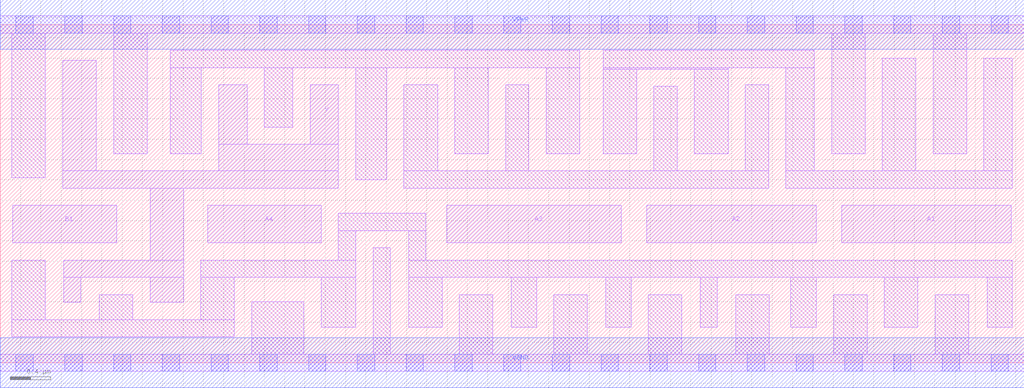
<source format=lef>
# Copyright 2020 The SkyWater PDK Authors
#
# Licensed under the Apache License, Version 2.0 (the "License");
# you may not use this file except in compliance with the License.
# You may obtain a copy of the License at
#
#     https://www.apache.org/licenses/LICENSE-2.0
#
# Unless required by applicable law or agreed to in writing, software
# distributed under the License is distributed on an "AS IS" BASIS,
# WITHOUT WARRANTIES OR CONDITIONS OF ANY KIND, either express or implied.
# See the License for the specific language governing permissions and
# limitations under the License.
#
# SPDX-License-Identifier: Apache-2.0

VERSION 5.7 ;
  NAMESCASESENSITIVE ON ;
  NOWIREEXTENSIONATPIN ON ;
  DIVIDERCHAR "/" ;
  BUSBITCHARS "[]" ;
UNITS
  DATABASE MICRONS 200 ;
END UNITS
MACRO sky130_fd_sc_ms__o41ai_4
  CLASS CORE ;
  SOURCE USER ;
  FOREIGN sky130_fd_sc_ms__o41ai_4 ;
  ORIGIN  0.000000  0.000000 ;
  SIZE  10.08000 BY  3.330000 ;
  SYMMETRY X Y ;
  SITE unit ;
  PIN A1
    ANTENNAGATEAREA  1.250400 ;
    DIRECTION INPUT ;
    USE SIGNAL ;
    PORT
      LAYER li1 ;
        RECT 8.285000 1.180000 9.955000 1.550000 ;
    END
  END A1
  PIN A2
    ANTENNAGATEAREA  1.250400 ;
    DIRECTION INPUT ;
    USE SIGNAL ;
    PORT
      LAYER li1 ;
        RECT 6.365000 1.180000 8.035000 1.550000 ;
    END
  END A2
  PIN A3
    ANTENNAGATEAREA  1.250400 ;
    DIRECTION INPUT ;
    USE SIGNAL ;
    PORT
      LAYER li1 ;
        RECT 4.395000 1.180000 6.115000 1.550000 ;
    END
  END A3
  PIN A4
    ANTENNAGATEAREA  1.250400 ;
    DIRECTION INPUT ;
    USE SIGNAL ;
    PORT
      LAYER li1 ;
        RECT 2.045000 1.180000 3.160000 1.550000 ;
    END
  END A4
  PIN B1
    ANTENNAGATEAREA  0.847200 ;
    DIRECTION INPUT ;
    USE SIGNAL ;
    PORT
      LAYER li1 ;
        RECT 0.125000 1.180000 1.145000 1.550000 ;
    END
  END B1
  PIN Y
    ANTENNADIFFAREA  1.485400 ;
    DIRECTION OUTPUT ;
    USE SIGNAL ;
    PORT
      LAYER li1 ;
        RECT 0.615000 1.720000 3.330000 1.890000 ;
        RECT 0.615000 1.890000 0.945000 2.980000 ;
        RECT 0.625000 0.595000 0.795000 0.840000 ;
        RECT 0.625000 0.840000 1.805000 1.010000 ;
        RECT 1.475000 0.595000 1.805000 0.840000 ;
        RECT 1.475000 1.010000 1.805000 1.720000 ;
        RECT 2.150000 1.890000 3.330000 2.150000 ;
        RECT 2.150000 2.150000 2.430000 2.735000 ;
        RECT 3.050000 2.150000 3.330000 2.735000 ;
    END
  END Y
  PIN VGND
    DIRECTION INOUT ;
    USE GROUND ;
    PORT
      LAYER met1 ;
        RECT 0.000000 -0.245000 10.080000 0.245000 ;
    END
  END VGND
  PIN VPWR
    DIRECTION INOUT ;
    USE POWER ;
    PORT
      LAYER met1 ;
        RECT 0.000000 3.085000 10.080000 3.575000 ;
    END
  END VPWR
  OBS
    LAYER li1 ;
      RECT 0.000000 -0.085000 10.080000 0.085000 ;
      RECT 0.000000  3.245000 10.080000 3.415000 ;
      RECT 0.115000  0.255000  2.305000 0.425000 ;
      RECT 0.115000  0.425000  0.445000 1.010000 ;
      RECT 0.115000  1.820000  0.445000 3.245000 ;
      RECT 0.975000  0.425000  1.305000 0.670000 ;
      RECT 1.115000  2.060000  1.445000 3.245000 ;
      RECT 1.675000  2.060000  1.980000 2.905000 ;
      RECT 1.675000  2.905000  5.705000 3.075000 ;
      RECT 1.975000  0.425000  2.305000 0.840000 ;
      RECT 1.975000  0.840000  3.500000 1.010000 ;
      RECT 2.475000  0.085000  2.990000 0.600000 ;
      RECT 2.600000  2.320000  2.880000 2.905000 ;
      RECT 3.160000  0.350000  3.500000 0.840000 ;
      RECT 3.330000  1.010000  3.500000 1.300000 ;
      RECT 3.330000  1.300000  4.190000 1.470000 ;
      RECT 3.500000  1.800000  3.805000 2.905000 ;
      RECT 3.670000  0.085000  3.840000 1.130000 ;
      RECT 3.975000  1.720000  7.565000 1.890000 ;
      RECT 3.975000  1.890000  4.305000 2.735000 ;
      RECT 4.020000  0.350000  4.350000 0.840000 ;
      RECT 4.020000  0.840000  9.965000 1.010000 ;
      RECT 4.020000  1.010000  4.190000 1.300000 ;
      RECT 4.475000  2.060000  4.805000 2.905000 ;
      RECT 4.520000  0.085000  4.850000 0.670000 ;
      RECT 4.975000  1.890000  5.205000 2.735000 ;
      RECT 5.030000  0.350000  5.280000 0.840000 ;
      RECT 5.375000  2.060000  5.705000 2.905000 ;
      RECT 5.450000  0.085000  5.780000 0.670000 ;
      RECT 5.935000  2.060000  6.265000 2.890000 ;
      RECT 5.935000  2.890000  7.165000 2.905000 ;
      RECT 5.935000  2.905000  8.015000 3.075000 ;
      RECT 5.960000  0.350000  6.210000 0.840000 ;
      RECT 6.380000  0.085000  6.710000 0.670000 ;
      RECT 6.435000  1.890000  6.665000 2.720000 ;
      RECT 6.835000  2.060000  7.165000 2.890000 ;
      RECT 6.890000  0.350000  7.060000 0.840000 ;
      RECT 7.240000  0.085000  7.570000 0.670000 ;
      RECT 7.335000  1.890000  7.565000 2.735000 ;
      RECT 7.735000  1.720000  9.965000 1.890000 ;
      RECT 7.735000  1.890000  8.015000 2.905000 ;
      RECT 7.785000  0.350000  8.035000 0.840000 ;
      RECT 8.185000  2.060000  8.515000 3.245000 ;
      RECT 8.205000  0.085000  8.535000 0.670000 ;
      RECT 8.685000  1.890000  9.015000 3.000000 ;
      RECT 8.705000  0.350000  9.035000 0.840000 ;
      RECT 9.185000  2.060000  9.515000 3.245000 ;
      RECT 9.205000  0.085000  9.535000 0.670000 ;
      RECT 9.685000  1.890000  9.965000 3.000000 ;
      RECT 9.715000  0.350000  9.965000 0.840000 ;
    LAYER mcon ;
      RECT 0.155000 -0.085000 0.325000 0.085000 ;
      RECT 0.155000  3.245000 0.325000 3.415000 ;
      RECT 0.635000 -0.085000 0.805000 0.085000 ;
      RECT 0.635000  3.245000 0.805000 3.415000 ;
      RECT 1.115000 -0.085000 1.285000 0.085000 ;
      RECT 1.115000  3.245000 1.285000 3.415000 ;
      RECT 1.595000 -0.085000 1.765000 0.085000 ;
      RECT 1.595000  3.245000 1.765000 3.415000 ;
      RECT 2.075000 -0.085000 2.245000 0.085000 ;
      RECT 2.075000  3.245000 2.245000 3.415000 ;
      RECT 2.555000 -0.085000 2.725000 0.085000 ;
      RECT 2.555000  3.245000 2.725000 3.415000 ;
      RECT 3.035000 -0.085000 3.205000 0.085000 ;
      RECT 3.035000  3.245000 3.205000 3.415000 ;
      RECT 3.515000 -0.085000 3.685000 0.085000 ;
      RECT 3.515000  3.245000 3.685000 3.415000 ;
      RECT 3.995000 -0.085000 4.165000 0.085000 ;
      RECT 3.995000  3.245000 4.165000 3.415000 ;
      RECT 4.475000 -0.085000 4.645000 0.085000 ;
      RECT 4.475000  3.245000 4.645000 3.415000 ;
      RECT 4.955000 -0.085000 5.125000 0.085000 ;
      RECT 4.955000  3.245000 5.125000 3.415000 ;
      RECT 5.435000 -0.085000 5.605000 0.085000 ;
      RECT 5.435000  3.245000 5.605000 3.415000 ;
      RECT 5.915000 -0.085000 6.085000 0.085000 ;
      RECT 5.915000  3.245000 6.085000 3.415000 ;
      RECT 6.395000 -0.085000 6.565000 0.085000 ;
      RECT 6.395000  3.245000 6.565000 3.415000 ;
      RECT 6.875000 -0.085000 7.045000 0.085000 ;
      RECT 6.875000  3.245000 7.045000 3.415000 ;
      RECT 7.355000 -0.085000 7.525000 0.085000 ;
      RECT 7.355000  3.245000 7.525000 3.415000 ;
      RECT 7.835000 -0.085000 8.005000 0.085000 ;
      RECT 7.835000  3.245000 8.005000 3.415000 ;
      RECT 8.315000 -0.085000 8.485000 0.085000 ;
      RECT 8.315000  3.245000 8.485000 3.415000 ;
      RECT 8.795000 -0.085000 8.965000 0.085000 ;
      RECT 8.795000  3.245000 8.965000 3.415000 ;
      RECT 9.275000 -0.085000 9.445000 0.085000 ;
      RECT 9.275000  3.245000 9.445000 3.415000 ;
      RECT 9.755000 -0.085000 9.925000 0.085000 ;
      RECT 9.755000  3.245000 9.925000 3.415000 ;
  END
END sky130_fd_sc_ms__o41ai_4
END LIBRARY

</source>
